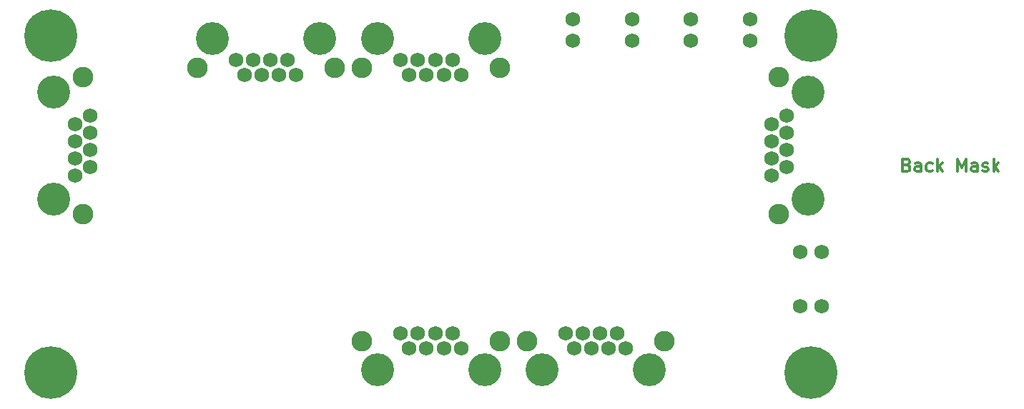
<source format=gbs>
G04 (created by PCBNEW (2013-07-07 BZR 4022)-stable) date 9/18/2013 13:06:53*
%MOIN*%
G04 Gerber Fmt 3.4, Leading zero omitted, Abs format*
%FSLAX34Y34*%
G01*
G70*
G90*
G04 APERTURE LIST*
%ADD10C,0.00590551*%
%ADD11C,0.011811*%
%ADD12C,0.0688976*%
%ADD13C,0.246063*%
%ADD14C,0.153543*%
%ADD15C,0.0689425*%
%ADD16C,0.0964567*%
G04 APERTURE END LIST*
G54D10*
G54D11*
X46597Y-12724D02*
X46681Y-12753D01*
X46709Y-12781D01*
X46737Y-12837D01*
X46737Y-12921D01*
X46709Y-12978D01*
X46681Y-13006D01*
X46625Y-13034D01*
X46400Y-13034D01*
X46400Y-12443D01*
X46597Y-12443D01*
X46653Y-12471D01*
X46681Y-12500D01*
X46709Y-12556D01*
X46709Y-12612D01*
X46681Y-12668D01*
X46653Y-12696D01*
X46597Y-12724D01*
X46400Y-12724D01*
X47244Y-13034D02*
X47244Y-12724D01*
X47215Y-12668D01*
X47159Y-12640D01*
X47047Y-12640D01*
X46991Y-12668D01*
X47244Y-13006D02*
X47187Y-13034D01*
X47047Y-13034D01*
X46991Y-13006D01*
X46962Y-12949D01*
X46962Y-12893D01*
X46991Y-12837D01*
X47047Y-12809D01*
X47187Y-12809D01*
X47244Y-12781D01*
X47778Y-13006D02*
X47722Y-13034D01*
X47609Y-13034D01*
X47553Y-13006D01*
X47525Y-12978D01*
X47497Y-12921D01*
X47497Y-12753D01*
X47525Y-12696D01*
X47553Y-12668D01*
X47609Y-12640D01*
X47722Y-12640D01*
X47778Y-12668D01*
X48031Y-13034D02*
X48031Y-12443D01*
X48087Y-12809D02*
X48256Y-13034D01*
X48256Y-12640D02*
X48031Y-12865D01*
X48959Y-13034D02*
X48959Y-12443D01*
X49156Y-12865D01*
X49353Y-12443D01*
X49353Y-13034D01*
X49887Y-13034D02*
X49887Y-12724D01*
X49859Y-12668D01*
X49803Y-12640D01*
X49690Y-12640D01*
X49634Y-12668D01*
X49887Y-13006D02*
X49831Y-13034D01*
X49690Y-13034D01*
X49634Y-13006D01*
X49606Y-12949D01*
X49606Y-12893D01*
X49634Y-12837D01*
X49690Y-12809D01*
X49831Y-12809D01*
X49887Y-12781D01*
X50140Y-13006D02*
X50196Y-13034D01*
X50309Y-13034D01*
X50365Y-13006D01*
X50393Y-12949D01*
X50393Y-12921D01*
X50365Y-12865D01*
X50309Y-12837D01*
X50224Y-12837D01*
X50168Y-12809D01*
X50140Y-12753D01*
X50140Y-12724D01*
X50168Y-12668D01*
X50224Y-12640D01*
X50309Y-12640D01*
X50365Y-12668D01*
X50646Y-13034D02*
X50646Y-12443D01*
X50703Y-12809D02*
X50871Y-13034D01*
X50871Y-12640D02*
X50646Y-12865D01*
G54D12*
X41625Y-16791D03*
X42625Y-16791D03*
X31023Y-6917D03*
X31023Y-5917D03*
X41625Y-19311D03*
X42625Y-19311D03*
X33779Y-6917D03*
X33779Y-5917D03*
X36535Y-6917D03*
X36535Y-5917D03*
X39291Y-6917D03*
X39291Y-5917D03*
G54D13*
X6692Y-6692D03*
X6692Y-22440D03*
X42125Y-22440D03*
X42125Y-6692D03*
G54D14*
X21909Y-6830D03*
X26909Y-6830D03*
G54D15*
X23003Y-7830D03*
X23405Y-8531D03*
X23807Y-7830D03*
X24208Y-8531D03*
X24610Y-7830D03*
X25011Y-8531D03*
X25413Y-7830D03*
X25814Y-8531D03*
G54D16*
X21208Y-8181D03*
X27610Y-8181D03*
G54D14*
X6830Y-14330D03*
X6830Y-9330D03*
G54D15*
X7830Y-13236D03*
X8531Y-12834D03*
X7830Y-12433D03*
X8531Y-12031D03*
X7830Y-11629D03*
X8531Y-11228D03*
X7830Y-10826D03*
X8531Y-10425D03*
G54D16*
X8181Y-15031D03*
X8181Y-8629D03*
G54D14*
X41988Y-9330D03*
X41988Y-14330D03*
G54D15*
X40988Y-10425D03*
X40287Y-10826D03*
X40988Y-11228D03*
X40287Y-11629D03*
X40988Y-12031D03*
X40287Y-12433D03*
X40988Y-12834D03*
X40287Y-13236D03*
G54D16*
X40637Y-8629D03*
X40637Y-15031D03*
G54D14*
X34586Y-22303D03*
X29586Y-22303D03*
G54D15*
X33492Y-21303D03*
X33090Y-20602D03*
X32688Y-21303D03*
X32287Y-20602D03*
X31885Y-21303D03*
X31484Y-20602D03*
X31082Y-21303D03*
X30681Y-20602D03*
G54D16*
X35287Y-20952D03*
X28885Y-20952D03*
G54D14*
X14232Y-6830D03*
X19232Y-6830D03*
G54D15*
X15326Y-7830D03*
X15728Y-8531D03*
X16129Y-7830D03*
X16531Y-8531D03*
X16933Y-7830D03*
X17334Y-8531D03*
X17736Y-7830D03*
X18137Y-8531D03*
G54D16*
X13531Y-8181D03*
X19933Y-8181D03*
G54D14*
X26909Y-22303D03*
X21909Y-22303D03*
G54D15*
X25814Y-21303D03*
X25413Y-20602D03*
X25011Y-21303D03*
X24610Y-20602D03*
X24208Y-21303D03*
X23807Y-20602D03*
X23405Y-21303D03*
X23003Y-20602D03*
G54D16*
X27610Y-20952D03*
X21208Y-20952D03*
M02*

</source>
